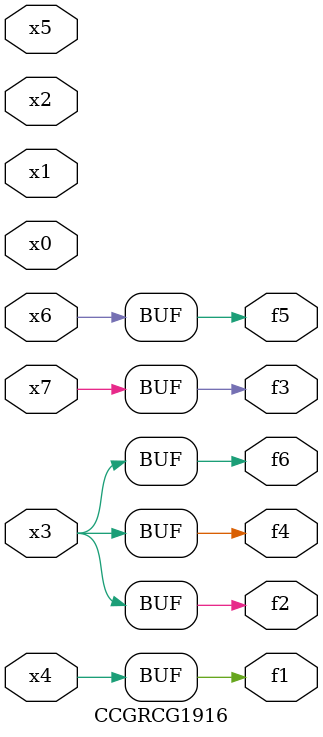
<source format=v>
module CCGRCG1916(
	input x0, x1, x2, x3, x4, x5, x6, x7,
	output f1, f2, f3, f4, f5, f6
);
	assign f1 = x4;
	assign f2 = x3;
	assign f3 = x7;
	assign f4 = x3;
	assign f5 = x6;
	assign f6 = x3;
endmodule

</source>
